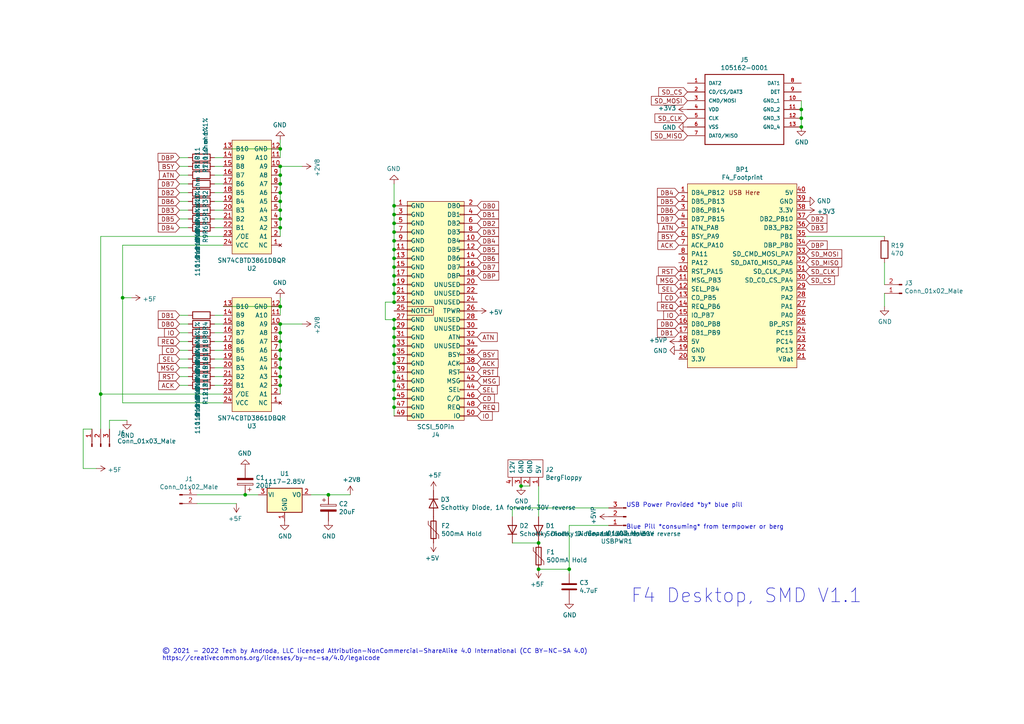
<source format=kicad_sch>
(kicad_sch (version 20211123) (generator eeschema)
  (paper "A4")
  (lib_symbols
    (symbol "Connector:Conn_01x02_Male" (pin_names (offset 1.016) hide)
      (property "Reference" "J" (at 0 2.54 0))
      (property "Value" "Conn_01x02_Male" (at 0 -5.08 0))
      (symbol "Conn_01x02_Male_1_1"
        (polyline (pts (xy 1.27 -2.54) (xy 0.8636 -2.54)) (stroke (width 0.1524)))
        (polyline (pts (xy 1.27 0) (xy 0.8636 0)) (stroke (width 0.1524)))
        (rectangle (start 0.8636 -2.413) (end 0 -2.667) (stroke (width 0.1524)) (fill (type outline)))
        (rectangle (start 0.8636 0.127) (end 0 -0.127) (stroke (width 0.1524)) (fill (type outline)))
        (pin passive line (at 5.08 0 180) (length 3.81) (name "Pin_1") (number "1"))
        (pin passive line (at 5.08 -2.54 180) (length 3.81) (name "Pin_2") (number "2"))
      )
    )
    (symbol "Connector:Conn_01x03_Male" (pin_names (offset 1.016) hide)
      (property "Reference" "J" (at 0 5.08 0))
      (property "Value" "Conn_01x03_Male" (at 0 -5.08 0))
      (symbol "Conn_01x03_Male_1_1"
        (polyline (pts (xy 1.27 -2.54) (xy 0.8636 -2.54)) (stroke (width 0.1524)))
        (polyline (pts (xy 1.27 0) (xy 0.8636 0)) (stroke (width 0.1524)))
        (polyline (pts (xy 1.27 2.54) (xy 0.8636 2.54)) (stroke (width 0.1524)))
        (rectangle (start 0.8636 -2.413) (end 0 -2.667) (stroke (width 0.1524)) (fill (type outline)))
        (rectangle (start 0.8636 0.127) (end 0 -0.127) (stroke (width 0.1524)) (fill (type outline)))
        (rectangle (start 0.8636 2.667) (end 0 2.413) (stroke (width 0.1524)) (fill (type outline)))
        (pin passive line (at 5.08 2.54 180) (length 3.81) (name "Pin_1") (number "1"))
        (pin passive line (at 5.08 0 180) (length 3.81) (name "Pin_2") (number "2"))
        (pin passive line (at 5.08 -2.54 180) (length 3.81) (name "Pin_3") (number "3"))
      )
    )
    (symbol "Device:C" (pin_numbers hide) (pin_names (offset 0.254))
      (property "Reference" "C" (at 0.635 2.54 0))
      (property "Value" "C" (at 0.635 -2.54 0))
      (symbol "C_0_1"
        (polyline (pts (xy -2.032 -0.762) (xy 2.032 -0.762)) (stroke (width 0.508)))
        (polyline (pts (xy -2.032 0.762) (xy 2.032 0.762)) (stroke (width 0.508)))
      )
      (symbol "C_1_1"
        (pin passive line (at 0 3.81 270) (length 2.794) (name "~") (number "1"))
        (pin passive line (at 0 -3.81 90) (length 2.794) (name "~") (number "2"))
      )
    )
    (symbol "Device:CP" (pin_numbers hide) (pin_names (offset 0.254))
      (property "Reference" "C" (at 0.635 2.54 0))
      (property "Value" "Device_CP" (at 0.635 -2.54 0))
      (symbol "CP_0_1"
        (rectangle (start -2.286 0.508) (end 2.286 1.016))
        (polyline (pts (xy -1.778 2.286) (xy -0.762 2.286)))
        (polyline (pts (xy -1.27 2.794) (xy -1.27 1.778)))
        (rectangle (start 2.286 -0.508) (end -2.286 -1.016) (fill (type outline)))
      )
      (symbol "CP_1_1"
        (pin passive line (at 0 3.81 270) (length 2.794) (name "~") (number "1"))
        (pin passive line (at 0 -3.81 90) (length 2.794) (name "~") (number "2"))
      )
    )
    (symbol "Device:D" (pin_numbers hide) (pin_names (offset 1.016) hide)
      (property "Reference" "D" (at 0 2.54 0))
      (property "Value" "D" (at 0 -2.54 0))
      (symbol "D_0_1"
        (polyline (pts (xy -1.27 1.27) (xy -1.27 -1.27)) (stroke (width 0.254)))
        (polyline (pts (xy 1.27 0) (xy -1.27 0)))
        (polyline (pts (xy 1.27 1.27) (xy 1.27 -1.27) (xy -1.27 0) (xy 1.27 1.27)) (stroke (width 0.254)))
      )
      (symbol "D_1_1"
        (pin passive line (at -3.81 0 0) (length 2.54) (name "K") (number "1"))
        (pin passive line (at 3.81 0 180) (length 2.54) (name "A") (number "2"))
      )
    )
    (symbol "Device:Polyfuse" (pin_numbers hide) (pin_names (offset 0))
      (property "Reference" "F" (at -2.54 0 90))
      (property "Value" "Polyfuse" (at 2.54 0 90))
      (symbol "Polyfuse_0_1"
        (rectangle (start -0.762 2.54) (end 0.762 -2.54) (stroke (width 0.254)))
        (polyline (pts (xy 0 2.54) (xy 0 -2.54)))
        (polyline (pts (xy -1.524 2.54) (xy -1.524 1.524) (xy 1.524 -1.524) (xy 1.524 -2.54)))
      )
      (symbol "Polyfuse_1_1"
        (pin passive line (at 0 3.81 270) (length 1.27) (name "~") (number "1"))
        (pin passive line (at 0 -3.81 90) (length 1.27) (name "~") (number "2"))
      )
    )
    (symbol "Device:R" (pin_numbers hide) (pin_names (offset 0))
      (property "Reference" "R" (at 2.032 0 90))
      (property "Value" "R" (at 0 0 90))
      (symbol "R_0_1"
        (rectangle (start -1.016 -2.54) (end 1.016 2.54) (stroke (width 0.254)))
      )
      (symbol "R_1_1"
        (pin passive line (at 0 3.81 270) (length 1.27) (name "~") (number "1"))
        (pin passive line (at 0 -3.81 90) (length 1.27) (name "~") (number "2"))
      )
    )
    (symbol "OpenSource_Library:SN74CBTD3861DBQR" (pin_names (offset 1.016))
      (property "Reference" "U" (at 0 0 0))
      (property "Value" "OpenSource_Library_SN74CBTD3861DBQR" (at 0 3.81 0))
      (symbol "SN74CBTD3861DBQR_0_1"
        (rectangle (start -6.35 -1.27) (end 5.08 -34.29) (fill (type background)))
      )
      (symbol "SN74CBTD3861DBQR_1_1"
        (pin no_connect line (at -8.89 -3.81 0) (length 2.54) (name "NC") (number "1"))
        (pin bidirectional line (at -8.89 -26.67 0) (length 2.54) (name "A9") (number "10"))
        (pin bidirectional line (at -8.89 -29.21 0) (length 2.54) (name "A10") (number "11"))
        (pin power_in line (at -8.89 -31.75 0) (length 2.54) (name "GND") (number "12"))
        (pin bidirectional line (at 7.62 -31.75 180) (length 2.54) (name "B10") (number "13"))
        (pin bidirectional line (at 7.62 -29.21 180) (length 2.54) (name "B9") (number "14"))
        (pin bidirectional line (at 7.62 -26.67 180) (length 2.54) (name "B8") (number "15"))
        (pin bidirectional line (at 7.62 -24.13 180) (length 2.54) (name "B7") (number "16"))
        (pin bidirectional line (at 7.62 -21.59 180) (length 2.54) (name "B6") (number "17"))
        (pin bidirectional line (at 7.62 -19.05 180) (length 2.54) (name "B5") (number "18"))
        (pin bidirectional line (at 7.62 -16.51 180) (length 2.54) (name "B4") (number "19"))
        (pin bidirectional line (at -8.89 -6.35 0) (length 2.54) (name "A1") (number "2"))
        (pin bidirectional line (at 7.62 -13.97 180) (length 2.54) (name "B3") (number "20"))
        (pin bidirectional line (at 7.62 -11.43 180) (length 2.54) (name "B2") (number "21"))
        (pin bidirectional line (at 7.62 -8.89 180) (length 2.54) (name "B1") (number "22"))
        (pin input line (at 7.62 -6.35 180) (length 2.54) (name "/OE") (number "23"))
        (pin power_in line (at 7.62 -3.81 180) (length 2.54) (name "VCC") (number "24"))
        (pin bidirectional line (at -8.89 -8.89 0) (length 2.54) (name "A2") (number "3"))
        (pin bidirectional line (at -8.89 -11.43 0) (length 2.54) (name "A3") (number "4"))
        (pin bidirectional line (at -8.89 -13.97 0) (length 2.54) (name "A4") (number "5"))
        (pin bidirectional line (at -8.89 -16.51 0) (length 2.54) (name "A5") (number "6"))
        (pin bidirectional line (at -8.89 -19.05 0) (length 2.54) (name "A6") (number "7"))
        (pin bidirectional line (at -8.89 -21.59 0) (length 2.54) (name "A7") (number "8"))
        (pin bidirectional line (at -8.89 -24.13 0) (length 2.54) (name "A8") (number "9"))
      )
    )
    (symbol "Regulator_Linear:AMS1117CD-2.85" (pin_names (offset 0.254))
      (property "Reference" "U" (at -3.81 3.175 0))
      (property "Value" "AMS1117CD-2.85" (at 0 3.175 0))
      (symbol "AMS1117CD-2.85_0_1"
        (rectangle (start -5.08 -5.08) (end 5.08 1.905) (stroke (width 0.254)) (fill (type background)))
      )
      (symbol "AMS1117CD-2.85_1_1"
        (pin power_in line (at 0 -7.62 90) (length 2.54) (name "GND") (number "1"))
        (pin power_out line (at 7.62 0 180) (length 2.54) (name "VO") (number "2"))
        (pin power_in line (at -7.62 0 0) (length 2.54) (name "VI") (number "3"))
      )
    )
    (symbol "custom_symbols:+5V_TPWR" (power) (pin_names (offset 0))
      (property "Value" "custom_symbols_+5V_TPWR" (at 0 3.556 0))
      (symbol "+5V_TPWR_0_1"
        (polyline (pts (xy -0.762 1.27) (xy 0 2.54)))
        (polyline (pts (xy 0 0) (xy 0 2.54)))
        (polyline (pts (xy 0 2.54) (xy 0.762 1.27)))
      )
      (symbol "+5V_TPWR_1_1"
        (pin power_in line (at 0 0 90) (length 0) hide (name "+5V") (number "1"))
      )
    )
    (symbol "custom_symbols:BergFloppy" (pin_names (offset 1.016))
      (property "Reference" "J" (at 0 -1.27 0))
      (property "Value" "custom_symbols_BergFloppy" (at 0 1.27 0))
      (symbol "BergFloppy_0_1"
        (rectangle (start -5.08 -10.16) (end 5.08 -5.08))
      )
      (symbol "BergFloppy_1_1"
        (pin power_in line (at 3.81 -12.7 90) (length 2.54) (name "5V") (number "1"))
        (pin power_in line (at 1.27 -12.7 90) (length 2.54) (name "GND") (number "2"))
        (pin power_in line (at -1.27 -12.7 90) (length 2.54) (name "GND") (number "3"))
        (pin power_in line (at -3.81 -12.7 90) (length 2.54) (name "12V") (number "4"))
      )
    )
    (symbol "custom_symbols:BlackSCSI" (pin_names (offset 1.016))
      (property "Reference" "BP" (at 0 1.27 0))
      (property "Value" "custom_symbols_BlackSCSI" (at 0 5.08 0))
      (symbol "BlackSCSI_0_0"
        (text "USB Here" (at 1.27 -3.81 0) (effects (font (size 1.27 1.27))))
      )
      (symbol "BlackSCSI_0_1"
        (rectangle (start 16.51 -1.27) (end -15.24 -54.61) (fill (type background)))
      )
      (symbol "BlackSCSI_1_1"
        (pin bidirectional line (at -17.78 -3.81 0) (length 2.54) (name "DB4_PB12") (number "1"))
        (pin bidirectional line (at -17.78 -26.67 0) (length 2.54) (name "RST_PA15") (number "10"))
        (pin bidirectional line (at -17.78 -29.21 0) (length 2.54) (name "MSG_PB3") (number "11"))
        (pin bidirectional line (at -17.78 -31.75 0) (length 2.54) (name "SEL_PB4") (number "12"))
        (pin bidirectional line (at -17.78 -34.29 0) (length 2.54) (name "CD_PB5") (number "13"))
        (pin bidirectional line (at -17.78 -36.83 0) (length 2.54) (name "REQ_PB6") (number "14"))
        (pin bidirectional line (at -17.78 -39.37 0) (length 2.54) (name "IO_PB7") (number "15"))
        (pin bidirectional line (at -17.78 -41.91 0) (length 2.54) (name "DB0_PB8") (number "16"))
        (pin bidirectional line (at -17.78 -44.45 0) (length 2.54) (name "DB1_PB9") (number "17"))
        (pin power_in line (at -17.78 -46.99 0) (length 2.54) (name "5V") (number "18"))
        (pin power_in line (at -17.78 -49.53 0) (length 2.54) (name "GND") (number "19"))
        (pin bidirectional line (at -17.78 -6.35 0) (length 2.54) (name "DB5_PB13") (number "2"))
        (pin power_in line (at -17.78 -52.07 0) (length 2.54) (name "3.3V") (number "20"))
        (pin power_in line (at 19.05 -52.07 180) (length 2.54) (name "VBat") (number "21"))
        (pin bidirectional line (at 19.05 -49.53 180) (length 2.54) (name "PC13") (number "22"))
        (pin bidirectional line (at 19.05 -46.99 180) (length 2.54) (name "PC14") (number "23"))
        (pin bidirectional line (at 19.05 -44.45 180) (length 2.54) (name "PC15") (number "24"))
        (pin input line (at 19.05 -41.91 180) (length 2.54) (name "BP_RST") (number "25"))
        (pin bidirectional line (at 19.05 -39.37 180) (length 2.54) (name "PA0") (number "26"))
        (pin bidirectional line (at 19.05 -36.83 180) (length 2.54) (name "PA1") (number "27"))
        (pin bidirectional line (at 19.05 -34.29 180) (length 2.54) (name "PA2") (number "28"))
        (pin bidirectional line (at 19.05 -31.75 180) (length 2.54) (name "PA3") (number "29"))
        (pin bidirectional line (at -17.78 -8.89 0) (length 2.54) (name "DB6_PB14") (number "3"))
        (pin bidirectional line (at 19.05 -29.21 180) (length 2.54) (name "SD_CD_CS_PA4") (number "30"))
        (pin bidirectional line (at 19.05 -26.67 180) (length 2.54) (name "SD_CLK_PA5") (number "31"))
        (pin bidirectional line (at 19.05 -24.13 180) (length 2.54) (name "SD_DAT0_MISO_PA6") (number "32"))
        (pin bidirectional line (at 19.05 -21.59 180) (length 2.54) (name "SD_CMD_MOSI_PA7") (number "33"))
        (pin bidirectional line (at 19.05 -19.05 180) (length 2.54) (name "DBP_PB0") (number "34"))
        (pin bidirectional line (at 19.05 -16.51 180) (length 2.54) (name "PB1") (number "35"))
        (pin bidirectional line (at 19.05 -13.97 180) (length 2.54) (name "DB3_PB2") (number "36"))
        (pin bidirectional line (at 19.05 -11.43 180) (length 2.54) (name "DB2_PB10") (number "37"))
        (pin power_in line (at 19.05 -8.89 180) (length 2.54) (name "3.3V") (number "38"))
        (pin power_in line (at 19.05 -6.35 180) (length 2.54) (name "GND") (number "39"))
        (pin bidirectional line (at -17.78 -11.43 0) (length 2.54) (name "DB7_PB15") (number "4"))
        (pin power_in line (at 19.05 -3.81 180) (length 2.54) (name "5V") (number "40"))
        (pin bidirectional line (at -17.78 -13.97 0) (length 2.54) (name "ATN_PA8") (number "5"))
        (pin bidirectional line (at -17.78 -16.51 0) (length 2.54) (name "BSY_PA9") (number "6"))
        (pin bidirectional line (at -17.78 -19.05 0) (length 2.54) (name "ACK_PA10") (number "7"))
        (pin bidirectional line (at -17.78 -21.59 0) (length 2.54) (name "PA11") (number "8"))
        (pin bidirectional line (at -17.78 -24.13 0) (length 2.54) (name "PA12") (number "9"))
      )
    )
    (symbol "custom_symbols:MicroSD-105162-0001" (pin_names (offset 1.016))
      (property "Reference" "J" (at 29.21 7.62 0))
      (property "Value" "custom_symbols_MicroSD-105162-0001" (at 29.21 5.08 0))
      (symbol "MicroSD-105162-0001_0_0"
        (polyline (pts (xy 5.08 2.54) (xy 5.08 -17.78)) (stroke (width 0.254)))
        (polyline (pts (xy 5.08 2.54) (xy 27.94 2.54)) (stroke (width 0.254)))
        (polyline (pts (xy 27.94 -17.78) (xy 5.08 -17.78)) (stroke (width 0.254)))
        (polyline (pts (xy 27.94 -17.78) (xy 27.94 2.54)) (stroke (width 0.254)))
        (pin bidirectional line (at 0 0 0) (length 5.08) (name "DAT2") (number "1"))
        (pin bidirectional line (at 33.02 -5.08 180) (length 5.08) (name "GND_1") (number "10"))
        (pin bidirectional line (at 33.02 -7.62 180) (length 5.08) (name "GND_2") (number "11"))
        (pin bidirectional line (at 33.02 -10.16 180) (length 5.08) (name "GND_3") (number "12"))
        (pin bidirectional line (at 33.02 -12.7 180) (length 5.08) (name "GND_4") (number "13"))
        (pin bidirectional line (at 0 -2.54 0) (length 5.08) (name "CD/CS/DAT3") (number "2"))
        (pin bidirectional line (at 0 -5.08 0) (length 5.08) (name "CMD/MOSI") (number "3"))
        (pin bidirectional line (at 0 -7.62 0) (length 5.08) (name "VDD") (number "4"))
        (pin bidirectional line (at 0 -10.16 0) (length 5.08) (name "CLK") (number "5"))
        (pin bidirectional line (at 0 -12.7 0) (length 5.08) (name "VSS") (number "6"))
        (pin bidirectional line (at 0 -15.24 0) (length 5.08) (name "DAT0/MISO") (number "7"))
        (pin bidirectional line (at 33.02 0 180) (length 5.08) (name "DAT1") (number "8"))
        (pin bidirectional line (at 33.02 -2.54 180) (length 5.08) (name "DET") (number "9"))
      )
    )
    (symbol "custom_symbols:SCSI_50Pin" (pin_names (offset 1.016))
      (property "Reference" "J" (at -3.81 33.02 0))
      (property "Value" "custom_symbols_SCSI_50Pin" (at -3.81 -33.02 0))
      (symbol "SCSI_50Pin_0_1"
        (rectangle (start -11.43 1.27) (end -3.81 -1.27))
        (rectangle (start -11.43 31.75) (end 5.08 -31.75) (fill (type background)))
      )
      (symbol "SCSI_50Pin_1_1"
        (rectangle (start -11.43 -30.353) (end -10.16 -30.607) (stroke (width 0.1524)))
        (rectangle (start -11.43 -27.813) (end -10.16 -28.067) (stroke (width 0.1524)))
        (rectangle (start -11.43 -25.273) (end -10.16 -25.527) (stroke (width 0.1524)))
        (rectangle (start -11.43 -22.733) (end -10.16 -22.987) (stroke (width 0.1524)))
        (rectangle (start -11.43 -20.193) (end -10.16 -20.447) (stroke (width 0.1524)))
        (rectangle (start -11.43 -17.653) (end -10.16 -17.907) (stroke (width 0.1524)))
        (rectangle (start -11.43 -15.113) (end -10.16 -15.367) (stroke (width 0.1524)))
        (rectangle (start -11.43 -12.573) (end -10.16 -12.827) (stroke (width 0.1524)))
        (rectangle (start -11.43 -10.033) (end -10.16 -10.287) (stroke (width 0.1524)))
        (rectangle (start -11.43 -7.493) (end -10.16 -7.747) (stroke (width 0.1524)))
        (rectangle (start -11.43 -4.953) (end -10.16 -5.207) (stroke (width 0.1524)))
        (rectangle (start -11.43 -2.413) (end -10.16 -2.667) (stroke (width 0.1524)))
        (rectangle (start -11.43 0.127) (end -10.16 -0.127) (stroke (width 0.1524)))
        (rectangle (start -11.43 2.667) (end -10.16 2.413) (stroke (width 0.1524)))
        (rectangle (start -11.43 5.207) (end -10.16 4.953) (stroke (width 0.1524)))
        (rectangle (start -11.43 7.747) (end -10.16 7.493) (stroke (width 0.1524)))
        (rectangle (start -11.43 10.287) (end -10.16 10.033) (stroke (width 0.1524)))
        (rectangle (start -11.43 12.827) (end -10.16 12.573) (stroke (width 0.1524)))
        (rectangle (start -11.43 15.367) (end -10.16 15.113) (stroke (width 0.1524)))
        (rectangle (start -11.43 17.907) (end -10.16 17.653) (stroke (width 0.1524)))
        (rectangle (start -11.43 20.447) (end -10.16 20.193) (stroke (width 0.1524)))
        (rectangle (start -11.43 22.987) (end -10.16 22.733) (stroke (width 0.1524)))
        (rectangle (start -11.43 25.527) (end -10.16 25.273) (stroke (width 0.1524)))
        (rectangle (start -11.43 28.067) (end -10.16 27.813) (stroke (width 0.1524)))
        (rectangle (start -11.43 30.607) (end -10.16 30.353) (stroke (width 0.1524)))
        (rectangle (start 5.08 -30.353) (end 3.81 -30.607) (stroke (width 0.1524)))
        (rectangle (start 5.08 -27.813) (end 3.81 -28.067) (stroke (width 0.1524)))
        (rectangle (start 5.08 -25.273) (end 3.81 -25.527) (stroke (width 0.1524)))
        (rectangle (start 5.08 -22.733) (end 3.81 -22.987) (stroke (width 0.1524)))
        (rectangle (start 5.08 -20.193) (end 3.81 -20.447) (stroke (width 0.1524)))
        (rectangle (start 5.08 -17.653) (end 3.81 -17.907) (stroke (width 0.1524)))
        (rectangle (start 5.08 -15.113) (end 3.81 -15.367) (stroke (width 0.1524)))
        (rectangle (start 5.08 -12.573) (end 3.81 -12.827) (stroke (width 0.1524)))
        (rectangle (start 5.08 -10.033) (end 3.81 -10.287) (stroke (width 0.1524)))
        (rectangle (start 5.08 -7.493) (end 3.81 -7.747) (stroke (width 0.1524)))
        (rectangle (start 5.08 -4.953) (end 3.81 -5.207) (stroke (width 0.1524)))
        (rectangle (start 5.08 -2.413) (end 3.81 -2.667) (stroke (width 0.1524)))
        (rectangle (start 5.08 0.127) (end 3.81 -0.127) (stroke (width 0.1524)))
        (rectangle (start 5.08 2.667) (end 3.81 2.413) (stroke (width 0.1524)))
        (rectangle (start 5.08 5.207) (end 3.81 4.953) (stroke (width 0.1524)))
        (rectangle (start 5.08 7.747) (end 3.81 7.493) (stroke (width 0.1524)))
        (rectangle (start 5.08 10.287) (end 3.81 10.033) (stroke (width 0.1524)))
        (rectangle (start 5.08 12.827) (end 3.81 12.573) (stroke (width 0.1524)))
        (rectangle (start 5.08 15.367) (end 3.81 15.113) (stroke (width 0.1524)))
        (rectangle (start 5.08 17.907) (end 3.81 17.653) (stroke (width 0.1524)))
        (rectangle (start 5.08 20.447) (end 3.81 20.193) (stroke (width 0.1524)))
        (rectangle (start 5.08 22.987) (end 3.81 22.733) (stroke (width 0.1524)))
        (rectangle (start 5.08 25.527) (end 3.81 25.273) (stroke (width 0.1524)))
        (rectangle (start 5.08 28.067) (end 3.81 27.813) (stroke (width 0.1524)))
        (rectangle (start 5.08 30.607) (end 3.81 30.353) (stroke (width 0.1524)))
        (pin passive line (at -15.24 30.48 0) (length 3.81) (name "GND") (number "1"))
        (pin passive line (at 8.89 20.32 180) (length 3.81) (name "DB4") (number "10"))
        (pin passive line (at -15.24 17.78 0) (length 3.81) (name "GND") (number "11"))
        (pin passive line (at 8.89 17.78 180) (length 3.81) (name "DB5") (number "12"))
        (pin passive line (at -15.24 15.24 0) (length 3.81) (name "GND") (number "13"))
        (pin passive line (at 8.89 15.24 180) (length 3.81) (name "DB6") (number "14"))
        (pin passive line (at -15.24 12.7 0) (length 3.81) (name "GND") (number "15"))
        (pin passive line (at 8.89 12.7 180) (length 3.81) (name "DB7") (number "16"))
        (pin passive line (at -15.24 10.16 0) (length 3.81) (name "GND") (number "17"))
        (pin passive line (at 8.89 10.16 180) (length 3.81) (name "DBP") (number "18"))
        (pin passive line (at -15.24 7.62 0) (length 3.81) (name "GND") (number "19"))
        (pin passive line (at 8.89 30.48 180) (length 3.81) (name "DB0") (number "2"))
        (pin passive line (at 8.89 7.62 180) (length 3.81) (name "UNUSED") (number "20"))
        (pin passive line (at -15.24 5.08 0) (length 3.81) (name "GND") (number "21"))
        (pin passive line (at 8.89 5.08 180) (length 3.81) (name "UNUSED") (number "22"))
        (pin passive line (at -15.24 2.54 0) (length 3.81) (name "GND") (number "23"))
        (pin passive line (at 8.89 2.54 180) (length 3.81) (name "UNUSED") (number "24"))
        (pin passive line (at -15.24 0 0) (length 3.81) (name "NOTCH") (number "25"))
        (pin passive line (at 8.89 0 180) (length 3.81) (name "TPWR") (number "26"))
        (pin passive line (at -15.24 -2.54 0) (length 3.81) (name "GND") (number "27"))
        (pin passive line (at 8.89 -2.54 180) (length 3.81) (name "UNUSED") (number "28"))
        (pin passive line (at -15.24 -5.08 0) (length 3.81) (name "GND") (number "29"))
        (pin passive line (at -15.24 27.94 0) (length 3.81) (name "GND") (number "3"))
        (pin passive line (at 8.89 -5.08 180) (length 3.81) (name "UNUSED") (number "30"))
        (pin passive line (at -15.24 -7.62 0) (length 3.81) (name "GND") (number "31"))
        (pin passive line (at 8.89 -7.62 180) (length 3.81) (name "ATN") (number "32"))
        (pin passive line (at -15.24 -10.16 0) (length 3.81) (name "GND") (number "33"))
        (pin passive line (at 8.89 -10.16 180) (length 3.81) (name "UNUSED") (number "34"))
        (pin passive line (at -15.24 -12.7 0) (length 3.81) (name "GND") (number "35"))
        (pin passive line (at 8.89 -12.7 180) (length 3.81) (name "BSY") (number "36"))
        (pin passive line (at -15.24 -15.24 0) (length 3.81) (name "GND") (number "37"))
        (pin passive line (at 8.89 -15.24 180) (length 3.81) (name "ACK") (number "38"))
        (pin passive line (at -15.24 -17.78 0) (length 3.81) (name "GND") (number "39"))
        (pin passive line (at 8.89 27.94 180) (length 3.81) (name "DB1") (number "4"))
        (pin passive line (at 8.89 -17.78 180) (length 3.81) (name "RST") (number "40"))
        (pin passive line (at -15.24 -20.32 0) (length 3.81) (name "GND") (number "41"))
        (pin passive line (at 8.89 -20.32 180) (length 3.81) (name "MSG") (number "42"))
        (pin passive line (at -15.24 -22.86 0) (length 3.81) (name "GND") (number "43"))
        (pin passive line (at 8.89 -22.86 180) (length 3.81) (name "SEL") (number "44"))
        (pin passive line (at -15.24 -25.4 0) (length 3.81) (name "GND") (number "45"))
        (pin passive line (at 8.89 -25.4 180) (length 3.81) (name "C/D") (number "46"))
        (pin passive line (at -15.24 -27.94 0) (length 3.81) (name "GND") (number "47"))
        (pin passive line (at 8.89 -27.94 180) (length 3.81) (name "REQ") (number "48"))
        (pin passive line (at -15.24 -30.48 0) (length 3.81) (name "GND") (number "49"))
        (pin passive line (at -15.24 25.4 0) (length 3.81) (name "GND") (number "5"))
        (pin passive line (at 8.89 -30.48 180) (length 3.81) (name "IO") (number "50"))
        (pin passive line (at 8.89 25.4 180) (length 3.81) (name "DB2") (number "6"))
        (pin passive line (at -15.24 22.86 0) (length 3.81) (name "GND") (number "7"))
        (pin passive line (at 8.89 22.86 180) (length 3.81) (name "DB3") (number "8"))
        (pin passive line (at -15.24 20.32 0) (length 3.81) (name "GND") (number "9"))
      )
    )
    (symbol "power:+2V8" (power) (pin_names (offset 0))
      (property "Value" "+2V8" (at 0 3.556 0))
      (symbol "+2V8_0_1"
        (polyline (pts (xy -0.762 1.27) (xy 0 2.54)))
        (polyline (pts (xy 0 0) (xy 0 2.54)))
        (polyline (pts (xy 0 2.54) (xy 0.762 1.27)))
      )
      (symbol "+2V8_1_1"
        (pin power_in line (at 0 0 90) (length 0) hide (name "+2V8") (number "1"))
      )
    )
    (symbol "power:+3V3" (power) (pin_names (offset 0))
      (property "Value" "+3V3" (at 0 3.556 0))
      (symbol "+3V3_0_1"
        (polyline (pts (xy -0.762 1.27) (xy 0 2.54)))
        (polyline (pts (xy 0 0) (xy 0 2.54)))
        (polyline (pts (xy 0 2.54) (xy 0.762 1.27)))
      )
      (symbol "+3V3_1_1"
        (pin power_in line (at 0 0 90) (length 0) hide (name "+3V3") (number "1"))
      )
    )
    (symbol "power:+5F" (power) (pin_names (offset 0))
      (property "Value" "+5F" (at 0 3.556 0))
      (symbol "+5F_0_1"
        (polyline (pts (xy -0.762 1.27) (xy 0 2.54)))
        (polyline (pts (xy 0 0) (xy 0 2.54)))
        (polyline (pts (xy 0 2.54) (xy 0.762 1.27)))
      )
      (symbol "+5F_1_1"
        (pin power_in line (at 0 0 90) (length 0) hide (name "+5F") (number "1"))
      )
    )
    (symbol "power:+5VP" (power) (pin_names (offset 0))
      (property "Value" "+5VP" (at 0 3.556 0))
      (symbol "+5VP_0_1"
        (polyline (pts (xy -0.762 1.27) (xy 0 2.54)))
        (polyline (pts (xy 0 0) (xy 0 2.54)))
        (polyline (pts (xy 0 2.54) (xy 0.762 1.27)))
      )
      (symbol "+5VP_1_1"
        (pin power_in line (at 0 0 90) (length 0) hide (name "+5VP") (number "1"))
      )
    )
    (symbol "power:GND" (power) (pin_names (offset 0))
      (property "Value" "GND" (at 0 -3.81 0))
      (symbol "GND_0_1"
        (polyline (pts (xy 0 0) (xy 0 -1.27) (xy 1.27 -1.27) (xy 0 -2.54) (xy -1.27 -1.27) (xy 0 -1.27)))
      )
      (symbol "GND_1_1"
        (pin power_in line (at 0 0 270) (length 0) hide (name "GND") (number "1"))
      )
    )
  )
  (junction (at 81.28 88.9))
  (junction (at 81.28 50.8))
  (junction (at 81.28 48.26))
  (junction (at 114.3 118.11))
  (junction (at 81.28 53.34))
  (junction (at 81.28 93.98))
  (junction (at 114.3 105.41))
  (junction (at 114.3 64.77))
  (junction (at 114.3 85.09))
  (junction (at 232.41 34.29))
  (junction (at 114.3 92.71))
  (junction (at 35.56 86.36))
  (junction (at 95.25 143.51))
  (junction (at 81.28 55.88))
  (junction (at 114.3 67.31))
  (junction (at 29.21 114.3))
  (junction (at 114.3 82.55))
  (junction (at 114.3 77.47))
  (junction (at 81.28 99.06))
  (junction (at 81.28 96.52))
  (junction (at 81.28 106.68))
  (junction (at 81.28 104.14))
  (junction (at 114.3 95.25))
  (junction (at 81.28 111.76))
  (junction (at 114.3 102.87))
  (junction (at 114.3 110.49))
  (junction (at 165.1 165.1))
  (junction (at 114.3 107.95))
  (junction (at 114.3 72.39))
  (junction (at 114.3 113.03))
  (junction (at 81.28 63.5))
  (junction (at 114.3 62.23))
  (junction (at 114.3 97.79))
  (junction (at 81.28 109.22))
  (junction (at 71.12 143.51))
  (junction (at 81.28 58.42))
  (junction (at 114.3 59.69))
  (junction (at 114.3 87.63))
  (junction (at 114.3 115.57))
  (junction (at 114.3 80.01))
  (junction (at 156.21 157.48))
  (junction (at 81.28 66.04))
  (junction (at 156.21 165.1))
  (junction (at 114.3 69.85))
  (junction (at 232.41 31.75))
  (junction (at 151.13 140.97))
  (junction (at 81.28 43.18))
  (junction (at 114.3 74.93))
  (junction (at 114.3 100.33))
  (junction (at 81.28 101.6))
  (junction (at 232.41 36.83))
  (junction (at 81.28 60.96))
  (wire (pts (xy 64.77 50.8) (xy 62.23 50.8)))
  (wire (pts (xy 148.59 147.32) (xy 148.59 149.86)))
  (wire (pts (xy 114.3 113.03) (xy 114.3 110.49)))
  (wire (pts (xy 64.77 60.96) (xy 62.23 60.96)))
  (wire (pts (xy 114.3 115.57) (xy 114.3 113.03)))
  (wire (pts (xy 114.3 67.31) (xy 114.3 64.77)))
  (wire (pts (xy 52.07 63.5) (xy 54.61 63.5)))
  (wire (pts (xy 81.28 50.8) (xy 81.28 48.26)))
  (wire (pts (xy 54.61 58.42) (xy 52.07 58.42)))
  (wire (pts (xy 81.28 99.06) (xy 81.28 96.52)))
  (wire (pts (xy 81.28 96.52) (xy 81.28 93.98)))
  (wire (pts (xy 74.93 143.51) (xy 71.12 143.51)))
  (wire (pts (xy 64.77 53.34) (xy 62.23 53.34)))
  (wire (pts (xy 81.28 111.76) (xy 81.28 109.22)))
  (wire (pts (xy 35.56 71.12) (xy 35.56 86.36)))
  (wire (pts (xy 114.3 80.01) (xy 114.3 77.47)))
  (wire (pts (xy 114.3 97.79) (xy 114.3 95.25)))
  (wire (pts (xy 114.3 85.09) (xy 114.3 82.55)))
  (wire (pts (xy 81.28 58.42) (xy 81.28 55.88)))
  (wire (pts (xy 64.77 63.5) (xy 62.23 63.5)))
  (wire (pts (xy 62.23 96.52) (xy 64.77 96.52)))
  (wire (pts (xy 111.76 92.71) (xy 111.76 87.63)))
  (wire (pts (xy 81.28 114.3) (xy 81.28 111.76)))
  (wire (pts (xy 256.54 76.2) (xy 256.54 82.55)))
  (wire (pts (xy 54.61 50.8) (xy 52.07 50.8)))
  (wire (pts (xy 95.25 143.51) (xy 101.6 143.51)))
  (wire (pts (xy 233.68 68.58) (xy 256.54 68.58)))
  (wire (pts (xy 114.3 87.63) (xy 114.3 85.09)))
  (wire (pts (xy 64.77 43.18) (xy 81.28 43.18)))
  (wire (pts (xy 31.75 121.92) (xy 36.83 121.92)))
  (wire (pts (xy 64.77 66.04) (xy 62.23 66.04)))
  (wire (pts (xy 114.3 118.11) (xy 114.3 115.57)))
  (wire (pts (xy 81.28 68.58) (xy 81.28 66.04)))
  (wire (pts (xy 114.3 64.77) (xy 114.3 62.23)))
  (wire (pts (xy 52.07 106.68) (xy 54.61 106.68)))
  (wire (pts (xy 114.3 110.49) (xy 114.3 107.95)))
  (wire (pts (xy 232.41 34.29) (xy 232.41 36.83)))
  (wire (pts (xy 114.3 82.55) (xy 114.3 80.01)))
  (wire (pts (xy 114.3 74.93) (xy 114.3 72.39)))
  (wire (pts (xy 114.3 72.39) (xy 114.3 69.85)))
  (wire (pts (xy 52.07 99.06) (xy 54.61 99.06)))
  (wire (pts (xy 64.77 45.72) (xy 62.23 45.72)))
  (wire (pts (xy 114.3 102.87) (xy 114.3 100.33)))
  (wire (pts (xy 153.67 140.97) (xy 151.13 140.97)))
  (wire (pts (xy 81.28 104.14) (xy 81.28 101.6)))
  (wire (pts (xy 62.23 91.44) (xy 64.77 91.44)))
  (wire (pts (xy 62.23 109.22) (xy 64.77 109.22)))
  (wire (pts (xy 156.21 165.1) (xy 165.1 165.1)))
  (wire (pts (xy 114.3 95.25) (xy 114.3 92.71)))
  (wire (pts (xy 90.17 143.51) (xy 95.25 143.51)))
  (wire (pts (xy 52.07 93.98) (xy 54.61 93.98)))
  (wire (pts (xy 114.3 69.85) (xy 114.3 67.31)))
  (wire (pts (xy 81.28 66.04) (xy 81.28 63.5)))
  (wire (pts (xy 256.54 85.09) (xy 256.54 88.9)))
  (wire (pts (xy 52.07 53.34) (xy 54.61 53.34)))
  (wire (pts (xy 64.77 88.9) (xy 81.28 88.9)))
  (wire (pts (xy 148.59 157.48) (xy 156.21 157.48)))
  (wire (pts (xy 35.56 116.84) (xy 64.77 116.84)))
  (wire (pts (xy 52.07 96.52) (xy 54.61 96.52)))
  (wire (pts (xy 52.07 45.72) (xy 54.61 45.72)))
  (wire (pts (xy 81.28 88.9) (xy 81.28 86.36)))
  (wire (pts (xy 81.28 93.98) (xy 87.63 93.98)))
  (wire (pts (xy 114.3 100.33) (xy 114.3 97.79)))
  (wire (pts (xy 156.21 140.97) (xy 156.21 149.86)))
  (wire (pts (xy 24.13 124.46) (xy 24.13 135.89)))
  (wire (pts (xy 52.07 101.6) (xy 54.61 101.6)))
  (wire (pts (xy 114.3 62.23) (xy 114.3 59.69)))
  (wire (pts (xy 81.28 109.22) (xy 81.28 106.68)))
  (wire (pts (xy 111.76 87.63) (xy 114.3 87.63)))
  (wire (pts (xy 52.07 104.14) (xy 54.61 104.14)))
  (wire (pts (xy 31.75 124.46) (xy 31.75 121.92)))
  (wire (pts (xy 57.15 146.05) (xy 68.58 146.05)))
  (wire (pts (xy 29.21 114.3) (xy 64.77 114.3)))
  (wire (pts (xy 52.07 109.22) (xy 54.61 109.22)))
  (wire (pts (xy 64.77 58.42) (xy 62.23 58.42)))
  (wire (pts (xy 57.15 143.51) (xy 71.12 143.51)))
  (wire (pts (xy 232.41 31.75) (xy 232.41 34.29)))
  (wire (pts (xy 52.07 111.76) (xy 54.61 111.76)))
  (wire (pts (xy 62.23 104.14) (xy 64.77 104.14)))
  (wire (pts (xy 54.61 60.96) (xy 52.07 60.96)))
  (wire (pts (xy 176.53 147.32) (xy 148.59 147.32)))
  (wire (pts (xy 114.3 77.47) (xy 114.3 74.93)))
  (wire (pts (xy 114.3 107.95) (xy 114.3 105.41)))
  (wire (pts (xy 26.67 124.46) (xy 24.13 124.46)))
  (wire (pts (xy 54.61 66.04) (xy 52.07 66.04)))
  (wire (pts (xy 64.77 55.88) (xy 62.23 55.88)))
  (wire (pts (xy 81.28 53.34) (xy 81.28 50.8)))
  (wire (pts (xy 52.07 91.44) (xy 54.61 91.44)))
  (wire (pts (xy 29.21 114.3) (xy 29.21 124.46)))
  (wire (pts (xy 62.23 111.76) (xy 64.77 111.76)))
  (wire (pts (xy 165.1 165.1) (xy 165.1 152.4)))
  (wire (pts (xy 52.07 55.88) (xy 54.61 55.88)))
  (wire (pts (xy 114.3 92.71) (xy 111.76 92.71)))
  (wire (pts (xy 114.3 120.65) (xy 114.3 118.11)))
  (wire (pts (xy 114.3 105.41) (xy 114.3 102.87)))
  (wire (pts (xy 81.28 60.96) (xy 81.28 58.42)))
  (wire (pts (xy 35.56 71.12) (xy 64.77 71.12)))
  (wire (pts (xy 81.28 55.88) (xy 81.28 53.34)))
  (wire (pts (xy 62.23 93.98) (xy 64.77 93.98)))
  (wire (pts (xy 29.21 68.58) (xy 64.77 68.58)))
  (wire (pts (xy 81.28 101.6) (xy 81.28 99.06)))
  (wire (pts (xy 62.23 106.68) (xy 64.77 106.68)))
  (wire (pts (xy 81.28 63.5) (xy 81.28 60.96)))
  (wire (pts (xy 29.21 68.58) (xy 29.21 114.3)))
  (wire (pts (xy 81.28 43.18) (xy 81.28 45.72)))
  (wire (pts (xy 232.41 29.21) (xy 232.41 31.75)))
  (wire (pts (xy 62.23 101.6) (xy 64.77 101.6)))
  (wire (pts (xy 165.1 165.1) (xy 165.1 166.37)))
  (wire (pts (xy 38.1 86.36) (xy 35.56 86.36)))
  (wire (pts (xy 81.28 43.18) (xy 81.28 40.64)))
  (wire (pts (xy 81.28 48.26) (xy 87.63 48.26)))
  (wire (pts (xy 24.13 135.89) (xy 27.94 135.89)))
  (wire (pts (xy 81.28 88.9) (xy 81.28 91.44)))
  (wire (pts (xy 114.3 59.69) (xy 114.3 53.34)))
  (wire (pts (xy 62.23 99.06) (xy 64.77 99.06)))
  (wire (pts (xy 54.61 48.26) (xy 52.07 48.26)))
  (wire (pts (xy 165.1 152.4) (xy 176.53 152.4)))
  (wire (pts (xy 81.28 106.68) (xy 81.28 104.14)))
  (wire (pts (xy 35.56 86.36) (xy 35.56 116.84)))
  (wire (pts (xy 64.77 48.26) (xy 62.23 48.26)))
  (text "© 2021 - 2022 Tech by Androda, LLC licensed Attribution-NonCommercial-ShareAlike 4.0 International (CC BY-NC-SA 4.0)\nhttps://creativecommons.org/licenses/by-nc-sa/4.0/legalcode" (at 46.99 191.77 0) (effects (font (size 1.27 1.27)) (justify left bottom)))
  (text "F4 Desktop, SMD V1.1" (at 182.88 175.26 0) (effects (font (size 4 4)) (justify left bottom)))
  (text "Blue Pill *consuming* from termpower or berg" (at 181.61 153.67 0) (effects (font (size 1.27 1.27)) (justify left bottom)))
  (text "USB Power Provided *by* blue pill" (at 181.61 147.32 0) (effects (font (size 1.27 1.27)) (justify left bottom)))
  (global_label "SD_CLK" (shape input) (at 199.39 34.29 180) (property "Intersheet References" "${INTERSHEET_REFS}" (effects hide)))
  (global_label "ACK" (shape input) (at 196.85 71.12 180) (property "Intersheet References" "${INTERSHEET_REFS}" (effects hide)))
  (global_label "IO" (shape input) (at 138.43 120.65 0) (property "Intersheet References" "${INTERSHEET_REFS}" (effects hide)))
  (global_label "SD_MOSI" (shape input) (at 233.68 73.66 0) (property "Intersheet References" "${INTERSHEET_REFS}" (effects hide)))
  (global_label "DB4" (shape input) (at 196.85 55.88 180) (property "Intersheet References" "${INTERSHEET_REFS}" (effects hide)))
  (global_label "DB4" (shape input) (at 138.43 69.85 0) (property "Intersheet References" "${INTERSHEET_REFS}" (effects hide)))
  (global_label "SD_CLK" (shape input) (at 233.68 78.74 0) (property "Intersheet References" "${INTERSHEET_REFS}" (effects hide)))
  (global_label "DB7" (shape input) (at 138.43 77.47 0) (property "Intersheet References" "${INTERSHEET_REFS}" (effects hide)))
  (global_label "ATN" (shape input) (at 196.85 66.04 180) (property "Intersheet References" "${INTERSHEET_REFS}" (effects hide)))
  (global_label "MSG" (shape input) (at 52.07 106.68 180) (property "Intersheet References" "${INTERSHEET_REFS}" (effects hide)))
  (global_label "BSY" (shape input) (at 138.43 102.87 0) (property "Intersheet References" "${INTERSHEET_REFS}" (effects hide)))
  (global_label "DB2" (shape input) (at 233.68 63.5 0) (property "Intersheet References" "${INTERSHEET_REFS}" (effects hide)))
  (global_label "RST" (shape input) (at 52.07 109.22 180) (property "Intersheet References" "${INTERSHEET_REFS}" (effects hide)))
  (global_label "DB0" (shape input) (at 196.85 93.98 180) (property "Intersheet References" "${INTERSHEET_REFS}" (effects hide)))
  (global_label "SEL" (shape input) (at 138.43 113.03 0) (property "Intersheet References" "${INTERSHEET_REFS}" (effects hide)))
  (global_label "CD" (shape input) (at 138.43 115.57 0) (property "Intersheet References" "${INTERSHEET_REFS}" (effects hide)))
  (global_label "RST" (shape input) (at 196.85 78.74 180) (property "Intersheet References" "${INTERSHEET_REFS}" (effects hide)))
  (global_label "BSY" (shape input) (at 196.85 68.58 180) (property "Intersheet References" "${INTERSHEET_REFS}" (effects hide)))
  (global_label "DB4" (shape input) (at 52.07 66.04 180) (property "Intersheet References" "${INTERSHEET_REFS}" (effects hide)))
  (global_label "DB3" (shape input) (at 138.43 67.31 0) (property "Intersheet References" "${INTERSHEET_REFS}" (effects hide)))
  (global_label "BSY" (shape input) (at 52.07 48.26 180) (property "Intersheet References" "${INTERSHEET_REFS}" (effects hide)))
  (global_label "DBP" (shape input) (at 52.07 45.72 180) (property "Intersheet References" "${INTERSHEET_REFS}" (effects hide)))
  (global_label "DB0" (shape input) (at 52.07 93.98 180) (property "Intersheet References" "${INTERSHEET_REFS}" (effects hide)))
  (global_label "DB7" (shape input) (at 52.07 53.34 180) (property "Intersheet References" "${INTERSHEET_REFS}" (effects hide)))
  (global_label "SD_MOSI" (shape input) (at 199.39 29.21 180) (property "Intersheet References" "${INTERSHEET_REFS}" (effects hide)))
  (global_label "DB6" (shape input) (at 196.85 60.96 180) (property "Intersheet References" "${INTERSHEET_REFS}" (effects hide)))
  (global_label "DB3" (shape input) (at 233.68 66.04 0) (property "Intersheet References" "${INTERSHEET_REFS}" (effects hide)))
  (global_label "ATN" (shape input) (at 138.43 97.79 0) (property "Intersheet References" "${INTERSHEET_REFS}" (effects hide)))
  (global_label "DB5" (shape input) (at 138.43 72.39 0) (property "Intersheet References" "${INTERSHEET_REFS}" (effects hide)))
  (global_label "DB2" (shape input) (at 52.07 55.88 180) (property "Intersheet References" "${INTERSHEET_REFS}" (effects hide)))
  (global_label "DBP" (shape input) (at 233.68 71.12 0) (property "Intersheet References" "${INTERSHEET_REFS}" (effects hide)))
  (global_label "SD_MISO" (shape input) (at 233.68 76.2 0) (property "Intersheet References" "${INTERSHEET_REFS}" (effects hide)))
  (global_label "IO" (shape input) (at 52.07 96.52 180) (property "Intersheet References" "${INTERSHEET_REFS}" (effects hide)))
  (global_label "DB5" (shape input) (at 196.85 58.42 180) (property "Intersheet References" "${INTERSHEET_REFS}" (effects hide)))
  (global_label "IO" (shape input) (at 196.85 91.44 180) (property "Intersheet References" "${INTERSHEET_REFS}" (effects hide)))
  (global_label "ACK" (shape input) (at 52.07 111.76 180) (property "Intersheet References" "${INTERSHEET_REFS}" (effects hide)))
  (global_label "MSG" (shape input) (at 138.43 110.49 0) (property "Intersheet References" "${INTERSHEET_REFS}" (effects hide)))
  (global_label "SEL" (shape input) (at 52.07 104.14 180) (property "Intersheet References" "${INTERSHEET_REFS}" (effects hide)))
  (global_label "REQ" (shape input) (at 196.85 88.9 180) (property "Intersheet References" "${INTERSHEET_REFS}" (effects hide)))
  (global_label "CD" (shape input) (at 52.07 101.6 180) (property "Intersheet References" "${INTERSHEET_REFS}" (effects hide)))
  (global_label "DBP" (shape input) (at 138.43 80.01 0) (property "Intersheet References" "${INTERSHEET_REFS}" (effects hide)))
  (global_label "SD_MISO" (shape input) (at 199.39 39.37 180) (property "Intersheet References" "${INTERSHEET_REFS}" (effects hide)))
  (global_label "DB1" (shape input) (at 138.43 62.23 0) (property "Intersheet References" "${INTERSHEET_REFS}" (effects hide)))
  (global_label "SD_CS" (shape input) (at 199.39 26.67 180) (property "Intersheet References" "${INTERSHEET_REFS}" (effects hide)))
  (global_label "ATN" (shape input) (at 52.07 50.8 180) (property "Intersheet References" "${INTERSHEET_REFS}" (effects hide)))
  (global_label "DB2" (shape input) (at 138.43 64.77 0) (property "Intersheet References" "${INTERSHEET_REFS}" (effects hide)))
  (global_label "DB0" (shape input) (at 138.43 59.69 0) (property "Intersheet References" "${INTERSHEET_REFS}" (effects hide)))
  (global_label "DB1" (shape input) (at 196.85 96.52 180) (property "Intersheet References" "${INTERSHEET_REFS}" (effects hide)))
  (global_label "DB6" (shape input) (at 52.07 58.42 180) (property "Intersheet References" "${INTERSHEET_REFS}" (effects hide)))
  (global_label "REQ" (shape input) (at 52.07 99.06 180) (property "Intersheet References" "${INTERSHEET_REFS}" (effects hide)))
  (global_label "DB3" (shape input) (at 52.07 60.96 180) (property "Intersheet References" "${INTERSHEET_REFS}" (effects hide)))
  (global_label "ACK" (shape input) (at 138.43 105.41 0) (property "Intersheet References" "${INTERSHEET_REFS}" (effects hide)))
  (global_label "DB6" (shape input) (at 138.43 74.93 0) (property "Intersheet References" "${INTERSHEET_REFS}" (effects hide)))
  (global_label "DB7" (shape input) (at 196.85 63.5 180) (property "Intersheet References" "${INTERSHEET_REFS}" (effects hide)))
  (global_label "CD" (shape input) (at 196.85 86.36 180) (property "Intersheet References" "${INTERSHEET_REFS}" (effects hide)))
  (global_label "DB5" (shape input) (at 52.07 63.5 180) (property "Intersheet References" "${INTERSHEET_REFS}" (effects hide)))
  (global_label "RST" (shape input) (at 138.43 107.95 0) (property "Intersheet References" "${INTERSHEET_REFS}" (effects hide)))
  (global_label "REQ" (shape input) (at 138.43 118.11 0) (property "Intersheet References" "${INTERSHEET_REFS}" (effects hide)))
  (global_label "SEL" (shape input) (at 196.85 83.82 180) (property "Intersheet References" "${INTERSHEET_REFS}" (effects hide)))
  (global_label "DB1" (shape input) (at 52.07 91.44 180) (property "Intersheet References" "${INTERSHEET_REFS}" (effects hide)))
  (global_label "MSG" (shape input) (at 196.85 81.28 180) (property "Intersheet References" "${INTERSHEET_REFS}" (effects hide)))
  (global_label "SD_CS" (shape input) (at 233.68 81.28 0) (property "Intersheet References" "${INTERSHEET_REFS}" (effects hide)))
  (symbol (lib_id "Regulator_Linear:AMS1117CD-2.85") (at 82.55 143.51 0) (unit 1)
    (property "Reference" "U1" (at 82.55 137.3632 0))
    (property "Value" "1117-2.85V" (at 82.55 139.6746 0))
    (property "Footprint" "Package_TO_SOT_SMD:SOT-223-3_TabPin2" (effects hide))
    (property "Datasheet" "http://www.advanced-monolithic.com/pdf/ds1117.pdf" (effects hide))
  )
  (symbol (lib_id "power:GND") (at 82.55 151.13 0) (unit 1)
    (property "Reference" "#PWR06" (effects hide))
    (property "Value" "GND" (at 82.677 155.5242 0))
  )
  (symbol (lib_id "power:+2V8") (at 101.6 143.51 0) (unit 1)
    (property "Reference" "#PWR08" (effects hide))
    (property "Value" "+2V8" (at 101.981 139.1158 0))
  )
  (symbol (lib_id "Device:CP") (at 95.25 147.32 0) (unit 1)
    (property "Reference" "C2" (at 98.2472 146.1516 0) (effects (justify left)))
    (property "Value" "20uF" (at 98.2472 148.463 0) (effects (justify left)))
    (property "Footprint" "Capacitor_SMD:C_1206_3216Metric_Pad1.42x1.75mm_HandSolder" (effects hide))
  )
  (symbol (lib_id "Device:CP") (at 71.12 139.7 180) (unit 1)
    (property "Reference" "C1" (at 74.1172 138.5316 0) (effects (justify right)))
    (property "Value" "20uF" (at 74.1172 140.843 0) (effects (justify right)))
    (property "Footprint" "Capacitor_SMD:C_1206_3216Metric_Pad1.42x1.75mm_HandSolder" (effects hide))
  )
  (symbol (lib_id "power:GND") (at 71.12 135.89 180) (unit 1)
    (property "Reference" "#PWR03" (effects hide))
    (property "Value" "GND" (at 70.993 131.4958 0))
  )
  (symbol (lib_id "power:GND") (at 95.25 151.13 0) (unit 1)
    (property "Reference" "#PWR07" (effects hide))
    (property "Value" "GND" (at 95.377 155.5242 0))
  )
  (symbol (lib_id "Device:R") (at 58.42 58.42 270) (unit 1)
    (property "Reference" "R1" (at 59.5884 60.198 0) (effects (justify left)))
    (property "Value" "110 ohm 1%" (at 57.277 60.198 0) (effects (justify left)))
    (property "Footprint" "Resistor_SMD:R_0603_1608Metric_Pad1.05x0.95mm_HandSolder" (effects hide))
  )
  (symbol (lib_id "Device:R") (at 58.42 53.34 270) (unit 1)
    (property "Reference" "R2" (at 59.5884 55.118 0) (effects (justify left)))
    (property "Value" "110 ohm 1%" (at 57.277 55.118 0) (effects (justify left)))
    (property "Footprint" "Resistor_SMD:R_0603_1608Metric_Pad1.05x0.95mm_HandSolder" (effects hide))
  )
  (symbol (lib_id "custom_symbols:SCSI_50Pin") (at 129.54 90.17 0) (unit 1)
    (property "Reference" "J4" (at 126.365 126.111 0))
    (property "Value" "SCSI_50Pin" (at 126.365 123.7996 0))
    (property "Footprint" "CustomFootprints:SCSI_Internal_50Pin" (effects hide))
  )
  (symbol (lib_id "Device:R") (at 58.42 55.88 270) (unit 1)
    (property "Reference" "R3" (at 59.5884 57.658 0) (effects (justify left)))
    (property "Value" "110 ohm 1%" (at 57.277 57.658 0) (effects (justify left)))
    (property "Footprint" "Resistor_SMD:R_0603_1608Metric_Pad1.05x0.95mm_HandSolder" (effects hide))
  )
  (symbol (lib_id "Device:R") (at 58.42 91.44 270) (unit 1)
    (property "Reference" "R4" (at 59.5884 93.218 0) (effects (justify left)))
    (property "Value" "110 ohm 1%" (at 57.277 93.218 0) (effects (justify left)))
    (property "Footprint" "Resistor_SMD:R_0603_1608Metric_Pad1.05x0.95mm_HandSolder" (effects hide))
  )
  (symbol (lib_id "power:GND") (at 114.3 53.34 180) (unit 1)
    (property "Reference" "#PWR033" (effects hide))
    (property "Value" "GND" (at 114.173 48.9458 0))
  )
  (symbol (lib_id "Device:R") (at 58.42 60.96 270) (unit 1)
    (property "Reference" "R5" (at 59.5884 62.738 0) (effects (justify left)))
    (property "Value" "110 ohm 1%" (at 57.277 62.738 0) (effects (justify left)))
    (property "Footprint" "Resistor_SMD:R_0603_1608Metric_Pad1.05x0.95mm_HandSolder" (effects hide))
  )
  (symbol (lib_id "Device:R") (at 58.42 63.5 270) (unit 1)
    (property "Reference" "R6" (at 59.5884 65.278 0) (effects (justify left)))
    (property "Value" "110 ohm 1%" (at 57.277 65.278 0) (effects (justify left)))
    (property "Footprint" "Resistor_SMD:R_0603_1608Metric_Pad1.05x0.95mm_HandSolder" (effects hide))
  )
  (symbol (lib_id "Device:R") (at 58.42 45.72 270) (unit 1)
    (property "Reference" "R7" (at 59.5884 47.498 0) (effects (justify left)))
    (property "Value" "110 ohm 1%" (at 57.277 47.498 0) (effects (justify left)))
    (property "Footprint" "Resistor_SMD:R_0603_1608Metric_Pad1.05x0.95mm_HandSolder" (effects hide))
  )
  (symbol (lib_id "Device:R") (at 58.42 93.98 270) (unit 1)
    (property "Reference" "R8" (at 59.5884 95.758 0) (effects (justify left)))
    (property "Value" "110 ohm 1%" (at 57.277 95.758 0) (effects (justify left)))
    (property "Footprint" "Resistor_SMD:R_0603_1608Metric_Pad1.05x0.95mm_HandSolder" (effects hide))
  )
  (symbol (lib_id "Device:R") (at 58.42 66.04 270) (unit 1)
    (property "Reference" "R9" (at 59.5884 67.818 0) (effects (justify left)))
    (property "Value" "110 ohm 1%" (at 57.277 67.818 0) (effects (justify left)))
    (property "Footprint" "Resistor_SMD:R_0603_1608Metric_Pad1.05x0.95mm_HandSolder" (effects hide))
  )
  (symbol (lib_id "custom_symbols:+5V_TPWR") (at 138.43 90.17 270) (unit 1)
    (property "Reference" "#PWR0101" (effects hide))
    (property "Value" "+5V_TPWR" (at 141.6812 90.551 90) (effects (justify left)))
  )
  (symbol (lib_id "custom_symbols:+5V_TPWR") (at 125.73 157.48 180) (unit 1)
    (property "Reference" "#PWR0103" (effects hide))
    (property "Value" "+5V_TPWR" (at 125.349 161.8742 0))
  )
  (symbol (lib_id "power:+2V8") (at 87.63 48.26 270) (unit 1)
    (property "Reference" "#PWR011" (effects hide))
    (property "Value" "+2V8" (at 92.0242 48.641 0))
  )
  (symbol (lib_id "custom_symbols:MicroSD-105162-0001") (at 199.39 24.13 0) (unit 1)
    (property "Reference" "J5" (at 215.9 17.3482 0))
    (property "Value" "105162-0001" (at 215.9 19.6596 0))
    (property "Footprint" "CustomFootprints:microsd_molex_1051620001" (effects hide))
    (property "MANUFACTURER_PART_NUMBER" "105162-0001" (effects hide))
    (property "HEIGHT" "mm" (effects hide))
    (property "MOUSER_PART_NUMBER" "538-105162-0001" (effects hide))
    (property "DESCRIPTION" "Memory Card Connectors 1.45H MICRO SD HEADER WITH D/C PIN" (effects hide))
    (property "MANUFACTURER_NAME" "Molex" (effects hide))
    (property "MOUSER_PRICE-STOCK" "https://www.mouser.co.uk/ProductDetail/Molex/105162-0001?qs=1fNsfHe5VsK8daqlgKxZfQ%3D%3D" (effects hide))
  )
  (symbol (lib_id "power:GND") (at 199.39 36.83 270) (unit 1)
    (property "Reference" "#PWR0109" (effects hide))
    (property "Value" "GND" (at 196.1388 36.957 90) (effects (justify right)))
  )
  (symbol (lib_id "custom_symbols:BergFloppy") (at 152.4 128.27 0) (unit 1)
    (property "Reference" "J2" (at 158.1912 136.1948 0) (effects (justify left)))
    (property "Value" "BergFloppy" (at 158.1912 138.5062 0) (effects (justify left)))
    (property "Footprint" "CustomFootprints:BergFloppy_RightAngle" (effects hide))
  )
  (symbol (lib_id "power:GND") (at 151.13 140.97 0) (unit 1)
    (property "Reference" "#PWR0108" (effects hide))
    (property "Value" "GND" (at 151.257 145.3642 0))
  )
  (symbol (lib_id "Device:D") (at 156.21 153.67 90) (unit 1)
    (property "Reference" "D1" (at 158.242 152.5016 90) (effects (justify right)))
    (property "Value" "Schottky Diode, 1A forward, 30V reverse" (at 158.242 154.813 90) (effects (justify right)))
    (property "Footprint" "Diode_SMD:D_SOD-123F" (effects hide))
  )
  (symbol (lib_id "power:GND") (at 232.41 36.83 0) (unit 1)
    (property "Reference" "#PWR0104" (effects hide))
    (property "Value" "GND" (at 232.537 41.2242 0))
  )
  (symbol (lib_id "power:+3V3") (at 233.68 60.96 270) (unit 1)
    (property "Reference" "#PWR0105" (effects hide))
    (property "Value" "+3V3" (at 236.9312 61.341 90) (effects (justify left)))
  )
  (symbol (lib_id "power:+3V3") (at 199.39 31.75 90) (unit 1)
    (property "Reference" "#PWR0106" (effects hide))
    (property "Value" "+3V3" (at 196.1388 31.369 90) (effects (justify left)))
  )
  (symbol (lib_id "OpenSource_Library:SN74CBTD3861DBQR") (at 72.39 74.93 180) (unit 1)
    (property "Reference" "U2" (at 73.025 77.851 0))
    (property "Value" "SN74CBTD3861DBQR" (at 73.025 75.5396 0))
    (property "Footprint" "Package_SO:SSOP-24_3.9x8.7mm_P0.635mm" (effects hide))
  )
  (symbol (lib_id "power:GND") (at 81.28 40.64 180) (unit 1)
    (property "Reference" "#PWR0110" (effects hide))
    (property "Value" "GND" (at 81.153 36.2458 0))
  )
  (symbol (lib_id "Device:R") (at 58.42 104.14 270) (unit 1)
    (property "Reference" "R15" (at 59.5884 105.918 0) (effects (justify left)))
    (property "Value" "110 ohm 1%" (at 57.277 105.918 0) (effects (justify left)))
    (property "Footprint" "Resistor_SMD:R_0603_1608Metric_Pad1.05x0.95mm_HandSolder" (effects hide))
  )
  (symbol (lib_id "Device:R") (at 58.42 99.06 270) (unit 1)
    (property "Reference" "R17" (at 59.5884 100.838 0) (effects (justify left)))
    (property "Value" "110 ohm 1%" (at 57.277 100.838 0) (effects (justify left)))
    (property "Footprint" "Resistor_SMD:R_0603_1608Metric_Pad1.05x0.95mm_HandSolder" (effects hide))
  )
  (symbol (lib_id "Device:R") (at 58.42 48.26 90) (unit 1)
    (property "Reference" "R11" (at 57.2516 46.482 0) (effects (justify left)))
    (property "Value" "110 ohm 1%" (at 59.563 46.482 0) (effects (justify left)))
    (property "Footprint" "Resistor_SMD:R_0603_1608Metric_Pad1.05x0.95mm_HandSolder" (effects hide))
  )
  (symbol (lib_id "Device:R") (at 58.42 50.8 90) (unit 1)
    (property "Reference" "R10" (at 57.2516 49.022 0) (effects (justify left)))
    (property "Value" "110 ohm 1%" (at 59.563 49.022 0) (effects (justify left)))
    (property "Footprint" "Resistor_SMD:R_0603_1608Metric_Pad1.05x0.95mm_HandSolder" (effects hide))
  )
  (symbol (lib_id "Device:R") (at 58.42 111.76 270) (unit 1)
    (property "Reference" "R12" (at 59.5884 113.538 0) (effects (justify left)))
    (property "Value" "110 ohm 1%" (at 57.277 113.538 0) (effects (justify left)))
    (property "Footprint" "Resistor_SMD:R_0603_1608Metric_Pad1.05x0.95mm_HandSolder" (effects hide))
  )
  (symbol (lib_id "Device:R") (at 58.42 106.68 270) (unit 1)
    (property "Reference" "R14" (at 59.5884 108.458 0) (effects (justify left)))
    (property "Value" "110 ohm 1%" (at 57.277 108.458 0) (effects (justify left)))
    (property "Footprint" "Resistor_SMD:R_0603_1608Metric_Pad1.05x0.95mm_HandSolder" (effects hide))
  )
  (symbol (lib_id "Device:R") (at 58.42 101.6 270) (unit 1)
    (property "Reference" "R16" (at 59.5884 103.378 0) (effects (justify left)))
    (property "Value" "110 ohm 1%" (at 57.277 103.378 0) (effects (justify left)))
    (property "Footprint" "Resistor_SMD:R_0603_1608Metric_Pad1.05x0.95mm_HandSolder" (effects hide))
  )
  (symbol (lib_id "Device:R") (at 58.42 96.52 270) (unit 1)
    (property "Reference" "R18" (at 59.5884 98.298 0) (effects (justify left)))
    (property "Value" "110 ohm 1%" (at 57.277 98.298 0) (effects (justify left)))
    (property "Footprint" "Resistor_SMD:R_0603_1608Metric_Pad1.05x0.95mm_HandSolder" (effects hide))
  )
  (symbol (lib_id "Device:R") (at 58.42 109.22 270) (unit 1)
    (property "Reference" "R13" (at 59.5884 110.998 0) (effects (justify left)))
    (property "Value" "110 ohm 1%" (at 57.277 110.998 0) (effects (justify left)))
    (property "Footprint" "Resistor_SMD:R_0603_1608Metric_Pad1.05x0.95mm_HandSolder" (effects hide))
  )
  (symbol (lib_id "power:+2V8") (at 87.63 93.98 270) (unit 1)
    (property "Reference" "#PWR0111" (effects hide))
    (property "Value" "+2V8" (at 92.0242 94.361 0))
  )
  (symbol (lib_id "OpenSource_Library:SN74CBTD3861DBQR") (at 72.39 120.65 180) (unit 1)
    (property "Reference" "U3" (at 73.025 123.571 0))
    (property "Value" "SN74CBTD3861DBQR" (at 73.025 121.2596 0))
    (property "Footprint" "Package_SO:SSOP-24_3.9x8.7mm_P0.635mm" (effects hide))
  )
  (symbol (lib_id "power:GND") (at 81.28 86.36 180) (unit 1)
    (property "Reference" "#PWR0112" (effects hide))
    (property "Value" "GND" (at 81.153 81.9658 0))
  )
  (symbol (lib_id "power:+5VP") (at 196.85 99.06 90) (unit 1)
    (property "Reference" "#PWR0114" (effects hide))
    (property "Value" "+5VP" (at 193.5988 98.679 90) (effects (justify left)))
  )
  (symbol (lib_id "Device:C") (at 165.1 170.18 0) (unit 1)
    (property "Reference" "C3" (at 168.021 169.0116 0) (effects (justify left)))
    (property "Value" "4.7uF" (at 168.021 171.323 0) (effects (justify left)))
    (property "Footprint" "Capacitor_SMD:C_0805_2012Metric_Pad1.15x1.40mm_HandSolder" (effects hide))
  )
  (symbol (lib_id "power:GND") (at 165.1 173.99 0) (unit 1)
    (property "Reference" "#PWR0115" (effects hide))
    (property "Value" "GND" (at 165.227 178.3842 0))
  )
  (symbol (lib_id "Connector:Conn_01x02_Male") (at 52.07 143.51 0) (unit 1)
    (property "Reference" "J1" (at 54.8132 138.9126 0))
    (property "Value" "Conn_01x02_Male" (at 54.8132 141.224 0))
    (property "Footprint" "Connector_PinHeader_2.54mm:PinHeader_1x02_P2.54mm_Vertical" (effects hide))
  )
  (symbol (lib_id "Device:Polyfuse") (at 156.21 161.29 0) (unit 1)
    (property "Reference" "F1" (at 158.4452 160.1216 0) (effects (justify left)))
    (property "Value" "500mA Hold" (at 158.4452 162.433 0) (effects (justify left)))
    (property "Footprint" "Fuse:Fuse_0805_2012Metric_Castellated" (effects hide))
  )
  (symbol (lib_id "Device:D") (at 125.73 146.05 270) (unit 1)
    (property "Reference" "D3" (at 127.762 144.8816 90) (effects (justify left)))
    (property "Value" "Schottky Diode, 1A forward, 30V reverse" (at 127.762 147.193 90) (effects (justify left)))
    (property "Footprint" "Diode_SMD:D_SOD-123F" (effects hide))
  )
  (symbol (lib_id "Connector:Conn_01x03_Male") (at 29.21 129.54 90) (unit 1)
    (property "Reference" "J6" (at 33.9852 125.6284 90) (effects (justify right)))
    (property "Value" "Conn_01x03_Male" (at 33.9852 127.9398 90) (effects (justify right)))
    (property "Footprint" "Connector_PinHeader_2.54mm:PinHeader_1x03_P2.54mm_Vertical" (effects hide))
  )
  (symbol (lib_id "power:GND") (at 36.83 121.92 0) (unit 1)
    (property "Reference" "#PWR0116" (effects hide))
    (property "Value" "GND" (at 36.957 126.3142 0))
  )
  (symbol (lib_id "power:+5F") (at 125.73 142.24 0) (unit 1)
    (property "Reference" "#PWR0107" (effects hide))
    (property "Value" "+5F" (at 126.111 137.8458 0))
  )
  (symbol (lib_id "power:+5F") (at 68.58 146.05 180) (unit 1)
    (property "Reference" "#PWR0113" (effects hide))
    (property "Value" "+5F" (at 68.199 150.4442 0))
  )
  (symbol (lib_id "power:+5F") (at 156.21 165.1 180) (unit 1)
    (property "Reference" "#PWR0118" (effects hide))
    (property "Value" "+5F" (at 155.829 169.4942 0))
  )
  (symbol (lib_id "power:+5F") (at 27.94 135.89 270) (unit 1)
    (property "Reference" "#PWR0122" (effects hide))
    (property "Value" "+5F" (at 31.1912 136.271 90) (effects (justify left)))
  )
  (symbol (lib_id "Connector:Conn_01x03_Male") (at 181.61 149.86 180) (unit 1)
    (property "Reference" "USBPWR1" (at 178.8668 156.9974 0))
    (property "Value" "Conn_01x03_Male" (at 178.8668 154.686 0))
    (property "Footprint" "Connector_PinHeader_2.54mm:PinHeader_1x03_P2.54mm_Vertical" (effects hide))
  )
  (symbol (lib_id "Device:Polyfuse") (at 125.73 153.67 0) (unit 1)
    (property "Reference" "F2" (at 127.9652 152.5016 0) (effects (justify left)))
    (property "Value" "500mA Hold" (at 127.9652 154.813 0) (effects (justify left)))
    (property "Footprint" "Fuse:Fuse_0805_2012Metric_Castellated" (effects hide))
  )
  (symbol (lib_id "Device:D") (at 148.59 153.67 90) (unit 1)
    (property "Reference" "D2" (at 150.622 152.5016 90) (effects (justify right)))
    (property "Value" "Schottky Diode, 1A forward, 30V reverse" (at 150.622 154.813 90) (effects (justify right)))
    (property "Footprint" "Diode_SMD:D_SOD-123F" (effects hide))
  )
  (symbol (lib_id "power:+5VP") (at 176.53 149.86 90) (unit 1)
    (property "Reference" "#PWR0119" (effects hide))
    (property "Value" "+5VP" (at 172.1358 149.479 0))
  )
  (symbol (lib_id "power:+5F") (at 38.1 86.36 270) (unit 1)
    (property "Reference" "#PWR0102" (effects hide))
    (property "Value" "+5F" (at 41.3512 86.741 90) (effects (justify left)))
  )
  (symbol (lib_id "custom_symbols:BlackSCSI") (at 214.63 52.07 0) (unit 1)
    (property "Reference" "BP1" (at 215.265 49.149 0))
    (property "Value" "F4_Footprint" (at 215.265 51.4604 0))
    (property "Footprint" "CustomFootprints:BluePillModule" (effects hide))
  )
  (symbol (lib_id "power:GND") (at 233.68 58.42 90) (unit 1)
    (property "Reference" "#PWR0120" (effects hide))
    (property "Value" "GND" (at 236.9312 58.293 90) (effects (justify right)))
  )
  (symbol (lib_id "power:GND") (at 196.85 101.6 270) (unit 1)
    (property "Reference" "#PWR0121" (effects hide))
    (property "Value" "GND" (at 193.5988 101.727 90) (effects (justify right)))
  )
  (symbol (lib_id "Connector:Conn_01x02_Male") (at 261.62 85.09 180) (unit 1)
    (property "Reference" "J3" (at 262.3312 82.0928 0) (effects (justify right)))
    (property "Value" "Conn_01x02_Male" (at 262.3312 84.4042 0) (effects (justify right)))
    (property "Footprint" "Connector_PinHeader_2.54mm:PinHeader_1x02_P2.54mm_Vertical" (effects hide))
  )
  (symbol (lib_id "Device:R") (at 256.54 72.39 180) (unit 1)
    (property "Reference" "R19" (at 258.318 71.2216 0) (effects (justify right)))
    (property "Value" "470" (at 258.318 73.533 0) (effects (justify right)))
    (property "Footprint" "Resistor_THT:R_Axial_DIN0207_L6.3mm_D2.5mm_P7.62mm_Horizontal" (effects hide))
  )
  (symbol (lib_id "power:GND") (at 256.54 88.9 0) (unit 1)
    (property "Reference" "#PWR0117" (effects hide))
    (property "Value" "GND" (at 256.667 93.2942 0))
  )
)
</source>
